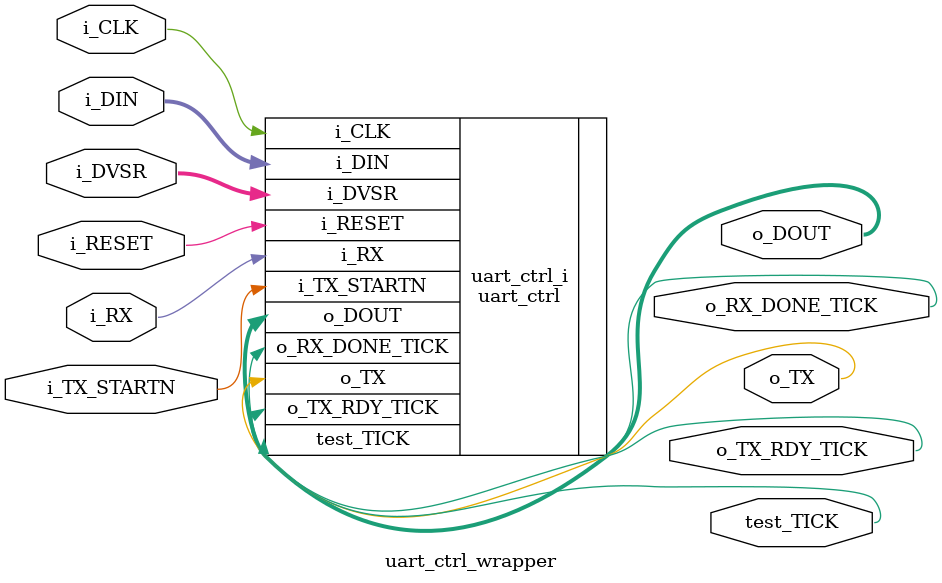
<source format=v>
`timescale 1 ps / 1 ps

module uart_ctrl_wrapper
   (i_CLK,
    i_DIN,
    i_DVSR,
    i_RESET,
    i_RX,
    i_TX_STARTN,
    o_DOUT,
    o_RX_DONE_TICK,
    o_TX,
    o_TX_RDY_TICK,
    test_TICK);
  input i_CLK;
  input [7:0]i_DIN;
  input [10:0]i_DVSR;
  input i_RESET;
  input i_RX;
  input i_TX_STARTN;
  output [7:0]o_DOUT;
  output o_RX_DONE_TICK;
  output o_TX;
  output o_TX_RDY_TICK;
  output test_TICK;

  wire i_CLK;
  wire [7:0]i_DIN;
  wire [10:0]i_DVSR;
  wire i_RESET;
  wire i_RX;
  wire i_TX_STARTN;
  wire [7:0]o_DOUT;
  wire o_RX_DONE_TICK;
  wire o_TX;
  wire o_TX_RDY_TICK;
  wire test_TICK;

  uart_ctrl uart_ctrl_i
       (.i_CLK(i_CLK),
        .i_DIN(i_DIN),
        .i_DVSR(i_DVSR),
        .i_RESET(i_RESET),
        .i_RX(i_RX),
        .i_TX_STARTN(i_TX_STARTN),
        .o_DOUT(o_DOUT),
        .o_RX_DONE_TICK(o_RX_DONE_TICK),
        .o_TX(o_TX),
        .o_TX_RDY_TICK(o_TX_RDY_TICK),
        .test_TICK(test_TICK));
endmodule

</source>
